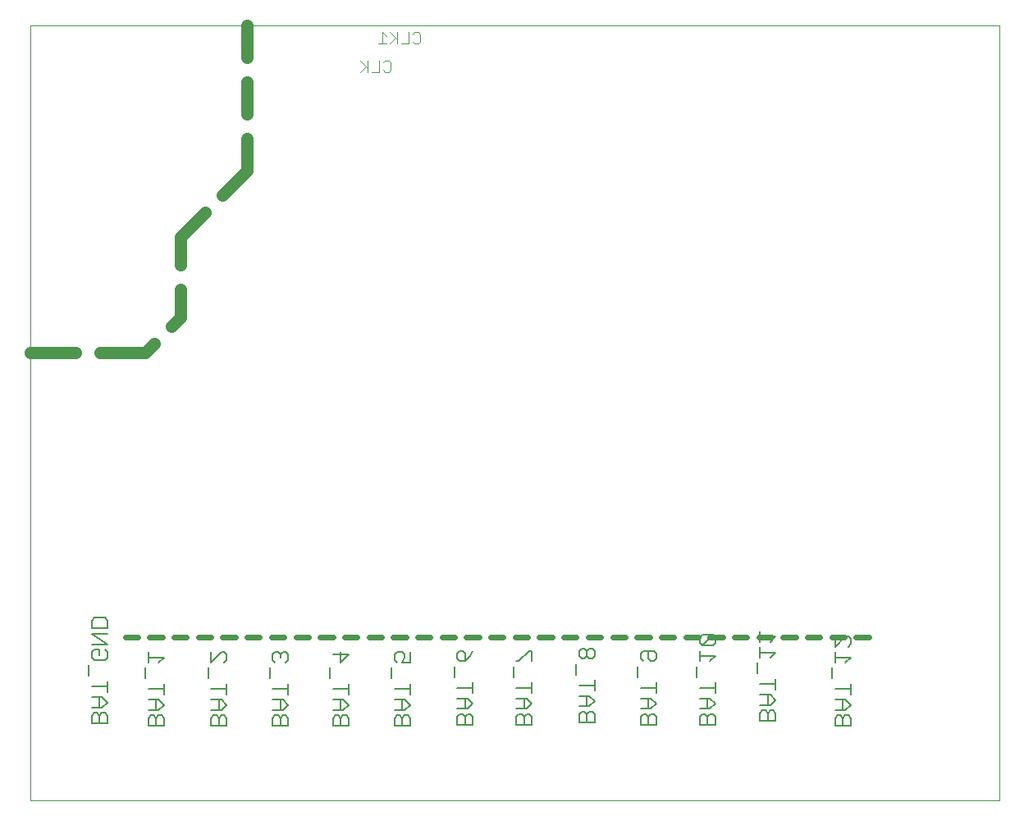
<source format=gbo>
G75*
%MOIN*%
%OFA0B0*%
%FSLAX25Y25*%
%IPPOS*%
%LPD*%
%AMOC8*
5,1,8,0,0,1.08239X$1,22.5*
%
%ADD10C,0.00000*%
%ADD11C,0.05000*%
%ADD12C,0.00600*%
%ADD13C,0.02400*%
%ADD14C,0.00400*%
D10*
X0003500Y0001000D02*
X0003500Y0315961D01*
X0397201Y0315961D01*
X0397201Y0001000D01*
X0003500Y0001000D01*
D11*
X0003500Y0183000D02*
X0021750Y0183000D01*
X0031750Y0183000D02*
X0050000Y0183000D01*
X0053714Y0186714D01*
X0060786Y0193786D02*
X0064500Y0197500D01*
X0064500Y0208750D01*
X0064500Y0218750D02*
X0064500Y0230000D01*
X0074464Y0239964D01*
X0081536Y0247036D02*
X0091500Y0257000D01*
X0091500Y0270000D01*
X0091500Y0280000D02*
X0091500Y0293000D01*
X0091500Y0303000D02*
X0091500Y0316000D01*
D12*
X0033638Y0075243D02*
X0029368Y0075243D01*
X0028300Y0074176D01*
X0028300Y0070973D01*
X0034705Y0070973D01*
X0034705Y0074176D01*
X0033638Y0075243D01*
X0034705Y0068798D02*
X0028300Y0068798D01*
X0034705Y0064527D01*
X0028300Y0064527D01*
X0029368Y0062352D02*
X0031503Y0062352D01*
X0031503Y0060217D01*
X0033638Y0058082D02*
X0029368Y0058082D01*
X0028300Y0059150D01*
X0028300Y0061285D01*
X0029368Y0062352D01*
X0033638Y0062352D02*
X0034705Y0061285D01*
X0034705Y0059150D01*
X0033638Y0058082D01*
X0027232Y0055907D02*
X0027232Y0051636D01*
X0028300Y0047326D02*
X0034705Y0047326D01*
X0034705Y0045191D02*
X0034705Y0049461D01*
X0032570Y0043016D02*
X0028300Y0043016D01*
X0031503Y0043016D02*
X0031503Y0038745D01*
X0032570Y0038745D02*
X0028300Y0038745D01*
X0029368Y0036570D02*
X0028300Y0035503D01*
X0028300Y0032300D01*
X0034705Y0032300D01*
X0034705Y0035503D01*
X0033638Y0036570D01*
X0032570Y0036570D01*
X0031503Y0035503D01*
X0031503Y0032300D01*
X0031503Y0035503D02*
X0030435Y0036570D01*
X0029368Y0036570D01*
X0032570Y0038745D02*
X0034705Y0040881D01*
X0032570Y0043016D01*
X0051300Y0042016D02*
X0055570Y0042016D01*
X0057705Y0039881D01*
X0055570Y0037745D01*
X0051300Y0037745D01*
X0052368Y0035570D02*
X0051300Y0034503D01*
X0051300Y0031300D01*
X0057705Y0031300D01*
X0057705Y0034503D01*
X0056638Y0035570D01*
X0055570Y0035570D01*
X0054503Y0034503D01*
X0054503Y0031300D01*
X0054503Y0034503D02*
X0053435Y0035570D01*
X0052368Y0035570D01*
X0054503Y0037745D02*
X0054503Y0042016D01*
X0057705Y0044191D02*
X0057705Y0048461D01*
X0057705Y0046326D02*
X0051300Y0046326D01*
X0050232Y0050636D02*
X0050232Y0054907D01*
X0051300Y0057082D02*
X0051300Y0061352D01*
X0051300Y0059217D02*
X0057705Y0059217D01*
X0055570Y0057082D01*
X0075732Y0054907D02*
X0075732Y0050636D01*
X0076800Y0046326D02*
X0083205Y0046326D01*
X0083205Y0044191D02*
X0083205Y0048461D01*
X0081070Y0042016D02*
X0076800Y0042016D01*
X0080003Y0042016D02*
X0080003Y0037745D01*
X0081070Y0037745D02*
X0083205Y0039881D01*
X0081070Y0042016D01*
X0081070Y0037745D02*
X0076800Y0037745D01*
X0077868Y0035570D02*
X0076800Y0034503D01*
X0076800Y0031300D01*
X0083205Y0031300D01*
X0083205Y0034503D01*
X0082138Y0035570D01*
X0081070Y0035570D01*
X0080003Y0034503D01*
X0080003Y0031300D01*
X0080003Y0034503D02*
X0078935Y0035570D01*
X0077868Y0035570D01*
X0076800Y0057082D02*
X0081070Y0061352D01*
X0082138Y0061352D01*
X0083205Y0060285D01*
X0083205Y0058150D01*
X0082138Y0057082D01*
X0076800Y0057082D02*
X0076800Y0061352D01*
X0100732Y0054907D02*
X0100732Y0050636D01*
X0101800Y0046326D02*
X0108205Y0046326D01*
X0108205Y0044191D02*
X0108205Y0048461D01*
X0106070Y0042016D02*
X0101800Y0042016D01*
X0105003Y0042016D02*
X0105003Y0037745D01*
X0106070Y0037745D02*
X0108205Y0039881D01*
X0106070Y0042016D01*
X0106070Y0037745D02*
X0101800Y0037745D01*
X0102868Y0035570D02*
X0101800Y0034503D01*
X0101800Y0031300D01*
X0108205Y0031300D01*
X0108205Y0034503D01*
X0107138Y0035570D01*
X0106070Y0035570D01*
X0105003Y0034503D01*
X0105003Y0031300D01*
X0105003Y0034503D02*
X0103935Y0035570D01*
X0102868Y0035570D01*
X0102868Y0057082D02*
X0101800Y0058150D01*
X0101800Y0060285D01*
X0102868Y0061352D01*
X0103935Y0061352D01*
X0105003Y0060285D01*
X0105003Y0059217D01*
X0105003Y0060285D02*
X0106070Y0061352D01*
X0107138Y0061352D01*
X0108205Y0060285D01*
X0108205Y0058150D01*
X0107138Y0057082D01*
X0125232Y0054907D02*
X0125232Y0050636D01*
X0126300Y0046326D02*
X0132705Y0046326D01*
X0132705Y0044191D02*
X0132705Y0048461D01*
X0130570Y0042016D02*
X0126300Y0042016D01*
X0129503Y0042016D02*
X0129503Y0037745D01*
X0130570Y0037745D02*
X0132705Y0039881D01*
X0130570Y0042016D01*
X0130570Y0037745D02*
X0126300Y0037745D01*
X0127368Y0035570D02*
X0126300Y0034503D01*
X0126300Y0031300D01*
X0132705Y0031300D01*
X0132705Y0034503D01*
X0131638Y0035570D01*
X0130570Y0035570D01*
X0129503Y0034503D01*
X0129503Y0031300D01*
X0129503Y0034503D02*
X0128435Y0035570D01*
X0127368Y0035570D01*
X0129503Y0057082D02*
X0129503Y0061352D01*
X0132705Y0060285D02*
X0126300Y0060285D01*
X0129503Y0057082D02*
X0132705Y0060285D01*
X0150232Y0054907D02*
X0150232Y0050636D01*
X0151300Y0046326D02*
X0157705Y0046326D01*
X0157705Y0044191D02*
X0157705Y0048461D01*
X0155570Y0042016D02*
X0151300Y0042016D01*
X0154503Y0042016D02*
X0154503Y0037745D01*
X0155570Y0037745D02*
X0157705Y0039881D01*
X0155570Y0042016D01*
X0155570Y0037745D02*
X0151300Y0037745D01*
X0152368Y0035570D02*
X0151300Y0034503D01*
X0151300Y0031300D01*
X0157705Y0031300D01*
X0157705Y0034503D01*
X0156638Y0035570D01*
X0155570Y0035570D01*
X0154503Y0034503D01*
X0154503Y0031300D01*
X0154503Y0034503D02*
X0153435Y0035570D01*
X0152368Y0035570D01*
X0152368Y0057082D02*
X0151300Y0058150D01*
X0151300Y0060285D01*
X0152368Y0061352D01*
X0154503Y0061352D01*
X0155570Y0060285D01*
X0155570Y0059217D01*
X0154503Y0057082D01*
X0157705Y0057082D01*
X0157705Y0061352D01*
X0175732Y0055407D02*
X0175732Y0051136D01*
X0176800Y0046826D02*
X0183205Y0046826D01*
X0183205Y0044691D02*
X0183205Y0048961D01*
X0181070Y0042516D02*
X0176800Y0042516D01*
X0180003Y0042516D02*
X0180003Y0038245D01*
X0181070Y0038245D02*
X0183205Y0040381D01*
X0181070Y0042516D01*
X0181070Y0038245D02*
X0176800Y0038245D01*
X0177868Y0036070D02*
X0176800Y0035003D01*
X0176800Y0031800D01*
X0183205Y0031800D01*
X0183205Y0035003D01*
X0182138Y0036070D01*
X0181070Y0036070D01*
X0180003Y0035003D01*
X0180003Y0031800D01*
X0180003Y0035003D02*
X0178935Y0036070D01*
X0177868Y0036070D01*
X0200800Y0035003D02*
X0200800Y0031800D01*
X0207205Y0031800D01*
X0207205Y0035003D01*
X0206138Y0036070D01*
X0205070Y0036070D01*
X0204003Y0035003D01*
X0204003Y0031800D01*
X0204003Y0035003D02*
X0202935Y0036070D01*
X0201868Y0036070D01*
X0200800Y0035003D01*
X0200800Y0038245D02*
X0205070Y0038245D01*
X0207205Y0040381D01*
X0205070Y0042516D01*
X0200800Y0042516D01*
X0204003Y0042516D02*
X0204003Y0038245D01*
X0207205Y0044691D02*
X0207205Y0048961D01*
X0207205Y0046826D02*
X0200800Y0046826D01*
X0199732Y0051136D02*
X0199732Y0055407D01*
X0200800Y0057582D02*
X0201868Y0057582D01*
X0206138Y0061852D01*
X0207205Y0061852D01*
X0207205Y0057582D01*
X0225232Y0056407D02*
X0225232Y0052136D01*
X0226300Y0047826D02*
X0232705Y0047826D01*
X0232705Y0045691D02*
X0232705Y0049961D01*
X0230570Y0043516D02*
X0226300Y0043516D01*
X0229503Y0043516D02*
X0229503Y0039245D01*
X0230570Y0039245D02*
X0232705Y0041381D01*
X0230570Y0043516D01*
X0230570Y0039245D02*
X0226300Y0039245D01*
X0227368Y0037070D02*
X0226300Y0036003D01*
X0226300Y0032800D01*
X0232705Y0032800D01*
X0232705Y0036003D01*
X0231638Y0037070D01*
X0230570Y0037070D01*
X0229503Y0036003D01*
X0229503Y0032800D01*
X0229503Y0036003D02*
X0228435Y0037070D01*
X0227368Y0037070D01*
X0250232Y0051136D02*
X0250232Y0055407D01*
X0252368Y0057582D02*
X0251300Y0058650D01*
X0251300Y0060785D01*
X0252368Y0061852D01*
X0256638Y0061852D01*
X0257705Y0060785D01*
X0257705Y0058650D01*
X0256638Y0057582D01*
X0255570Y0057582D01*
X0254503Y0058650D01*
X0254503Y0061852D01*
X0257705Y0048961D02*
X0257705Y0044691D01*
X0257705Y0046826D02*
X0251300Y0046826D01*
X0251300Y0042516D02*
X0255570Y0042516D01*
X0257705Y0040381D01*
X0255570Y0038245D01*
X0251300Y0038245D01*
X0252368Y0036070D02*
X0251300Y0035003D01*
X0251300Y0031800D01*
X0257705Y0031800D01*
X0257705Y0035003D01*
X0256638Y0036070D01*
X0255570Y0036070D01*
X0254503Y0035003D01*
X0254503Y0031800D01*
X0254503Y0035003D02*
X0253435Y0036070D01*
X0252368Y0036070D01*
X0254503Y0038245D02*
X0254503Y0042516D01*
X0274232Y0051136D02*
X0274232Y0055407D01*
X0275300Y0057582D02*
X0275300Y0061852D01*
X0275300Y0059717D02*
X0281705Y0059717D01*
X0279570Y0057582D01*
X0280638Y0064027D02*
X0276368Y0064027D01*
X0280638Y0068298D01*
X0276368Y0068298D01*
X0275300Y0067230D01*
X0275300Y0065095D01*
X0276368Y0064027D01*
X0280638Y0064027D02*
X0281705Y0065095D01*
X0281705Y0067230D01*
X0280638Y0068298D01*
X0299800Y0067663D02*
X0306205Y0067663D01*
X0304070Y0065527D01*
X0299800Y0065527D02*
X0299800Y0069798D01*
X0299800Y0063352D02*
X0299800Y0059082D01*
X0299800Y0061217D02*
X0306205Y0061217D01*
X0304070Y0059082D01*
X0298732Y0056907D02*
X0298732Y0052636D01*
X0299800Y0048326D02*
X0306205Y0048326D01*
X0306205Y0046191D02*
X0306205Y0050461D01*
X0304070Y0044016D02*
X0299800Y0044016D01*
X0303003Y0044016D02*
X0303003Y0039745D01*
X0304070Y0039745D02*
X0306205Y0041881D01*
X0304070Y0044016D01*
X0304070Y0039745D02*
X0299800Y0039745D01*
X0300868Y0037570D02*
X0299800Y0036503D01*
X0299800Y0033300D01*
X0306205Y0033300D01*
X0306205Y0036503D01*
X0305138Y0037570D01*
X0304070Y0037570D01*
X0303003Y0036503D01*
X0303003Y0033300D01*
X0303003Y0036503D02*
X0301935Y0037570D01*
X0300868Y0037570D01*
X0281705Y0035003D02*
X0281705Y0031800D01*
X0275300Y0031800D01*
X0275300Y0035003D01*
X0276368Y0036070D01*
X0277435Y0036070D01*
X0278503Y0035003D01*
X0278503Y0031800D01*
X0278503Y0035003D02*
X0279570Y0036070D01*
X0280638Y0036070D01*
X0281705Y0035003D01*
X0279570Y0038245D02*
X0275300Y0038245D01*
X0278503Y0038245D02*
X0278503Y0042516D01*
X0279570Y0042516D02*
X0275300Y0042516D01*
X0279570Y0042516D02*
X0281705Y0040381D01*
X0279570Y0038245D01*
X0281705Y0044691D02*
X0281705Y0048961D01*
X0281705Y0046826D02*
X0275300Y0046826D01*
X0232705Y0059650D02*
X0232705Y0061785D01*
X0231638Y0062852D01*
X0230570Y0062852D01*
X0229503Y0061785D01*
X0229503Y0059650D01*
X0230570Y0058582D01*
X0231638Y0058582D01*
X0232705Y0059650D01*
X0229503Y0059650D02*
X0228435Y0058582D01*
X0227368Y0058582D01*
X0226300Y0059650D01*
X0226300Y0061785D01*
X0227368Y0062852D01*
X0228435Y0062852D01*
X0229503Y0061785D01*
X0183205Y0061852D02*
X0182138Y0059717D01*
X0180003Y0057582D01*
X0180003Y0060785D01*
X0178935Y0061852D01*
X0177868Y0061852D01*
X0176800Y0060785D01*
X0176800Y0058650D01*
X0177868Y0057582D01*
X0180003Y0057582D01*
X0329232Y0054907D02*
X0329232Y0050636D01*
X0330300Y0046326D02*
X0336705Y0046326D01*
X0336705Y0044191D02*
X0336705Y0048461D01*
X0334570Y0042016D02*
X0330300Y0042016D01*
X0333503Y0042016D02*
X0333503Y0037745D01*
X0334570Y0037745D02*
X0336705Y0039881D01*
X0334570Y0042016D01*
X0334570Y0037745D02*
X0330300Y0037745D01*
X0331368Y0035570D02*
X0330300Y0034503D01*
X0330300Y0031300D01*
X0336705Y0031300D01*
X0336705Y0034503D01*
X0335638Y0035570D01*
X0334570Y0035570D01*
X0333503Y0034503D01*
X0333503Y0031300D01*
X0333503Y0034503D02*
X0332435Y0035570D01*
X0331368Y0035570D01*
X0330300Y0057082D02*
X0330300Y0061352D01*
X0330300Y0059217D02*
X0336705Y0059217D01*
X0334570Y0057082D01*
X0335638Y0063527D02*
X0336705Y0064595D01*
X0336705Y0066730D01*
X0335638Y0067798D01*
X0334570Y0067798D01*
X0330300Y0063527D01*
X0330300Y0067798D01*
D13*
X0329006Y0067500D02*
X0334103Y0067500D01*
X0338903Y0067500D02*
X0344000Y0067500D01*
X0324206Y0067500D02*
X0319110Y0067500D01*
X0314310Y0067500D02*
X0309213Y0067500D01*
X0304413Y0067500D02*
X0299316Y0067500D01*
X0294516Y0067500D02*
X0289419Y0067500D01*
X0284619Y0067500D02*
X0279523Y0067500D01*
X0274723Y0067500D02*
X0269626Y0067500D01*
X0264826Y0067500D02*
X0259729Y0067500D01*
X0254929Y0067500D02*
X0249832Y0067500D01*
X0245032Y0067500D02*
X0239935Y0067500D01*
X0235135Y0067500D02*
X0230039Y0067500D01*
X0225239Y0067500D02*
X0220142Y0067500D01*
X0215342Y0067500D02*
X0210245Y0067500D01*
X0205445Y0067500D02*
X0200348Y0067500D01*
X0195548Y0067500D02*
X0190452Y0067500D01*
X0185652Y0067500D02*
X0180555Y0067500D01*
X0175755Y0067500D02*
X0170658Y0067500D01*
X0165858Y0067500D02*
X0160761Y0067500D01*
X0155961Y0067500D02*
X0150865Y0067500D01*
X0146065Y0067500D02*
X0140968Y0067500D01*
X0136168Y0067500D02*
X0131071Y0067500D01*
X0126271Y0067500D02*
X0121174Y0067500D01*
X0116374Y0067500D02*
X0111277Y0067500D01*
X0106477Y0067500D02*
X0101381Y0067500D01*
X0096581Y0067500D02*
X0091484Y0067500D01*
X0086684Y0067500D02*
X0081587Y0067500D01*
X0076787Y0067500D02*
X0071690Y0067500D01*
X0066890Y0067500D02*
X0061794Y0067500D01*
X0056994Y0067500D02*
X0051897Y0067500D01*
X0047097Y0067500D02*
X0042000Y0067500D01*
D14*
X0137523Y0297200D02*
X0139825Y0299502D01*
X0140592Y0298735D02*
X0137523Y0301804D01*
X0140592Y0301804D02*
X0140592Y0297200D01*
X0142127Y0297200D02*
X0145196Y0297200D01*
X0145196Y0301804D01*
X0146731Y0301037D02*
X0147498Y0301804D01*
X0149033Y0301804D01*
X0149800Y0301037D01*
X0149800Y0297967D01*
X0149033Y0297200D01*
X0147498Y0297200D01*
X0146731Y0297967D01*
X0146454Y0308700D02*
X0146454Y0313304D01*
X0147988Y0311769D01*
X0149523Y0313304D02*
X0152592Y0310235D01*
X0151825Y0311002D02*
X0149523Y0308700D01*
X0147988Y0308700D02*
X0144919Y0308700D01*
X0152592Y0308700D02*
X0152592Y0313304D01*
X0157196Y0313304D02*
X0157196Y0308700D01*
X0154127Y0308700D01*
X0158731Y0309467D02*
X0159498Y0308700D01*
X0161033Y0308700D01*
X0161800Y0309467D01*
X0161800Y0312537D01*
X0161033Y0313304D01*
X0159498Y0313304D01*
X0158731Y0312537D01*
M02*

</source>
